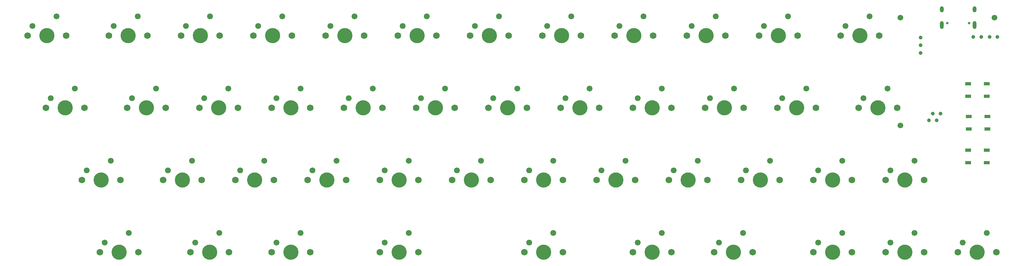
<source format=gts>
G04 #@! TF.GenerationSoftware,KiCad,Pcbnew,7.0.2*
G04 #@! TF.CreationDate,2023-04-29T17:08:36+02:00*
G04 #@! TF.ProjectId,Tanuki_Ext_PCB,54616e75-6b69-45f4-9578-745f5043422e,rev?*
G04 #@! TF.SameCoordinates,Original*
G04 #@! TF.FileFunction,Soldermask,Top*
G04 #@! TF.FilePolarity,Negative*
%FSLAX46Y46*%
G04 Gerber Fmt 4.6, Leading zero omitted, Abs format (unit mm)*
G04 Created by KiCad (PCBNEW 7.0.2) date 2023-04-29 17:08:36*
%MOMM*%
%LPD*%
G01*
G04 APERTURE LIST*
%ADD10C,1.750000*%
%ADD11C,1.550000*%
%ADD12C,4.000000*%
%ADD13C,1.000000*%
%ADD14C,1.500000*%
%ADD15R,1.500000X0.900000*%
%ADD16C,0.650000*%
%ADD17O,1.000000X1.600000*%
%ADD18O,1.000000X2.100000*%
G04 APERTURE END LIST*
D10*
X230663750Y-85725000D03*
D11*
X231933750Y-83185000D03*
D12*
X235743750Y-85725000D03*
D11*
X238283750Y-80645000D03*
D10*
X240823750Y-85725000D03*
X44926250Y-28575000D03*
D11*
X46196250Y-26035000D03*
D12*
X50006250Y-28575000D03*
D11*
X52546250Y-23495000D03*
D10*
X55086250Y-28575000D03*
X230663750Y-66675000D03*
D11*
X231933750Y-64135000D03*
D12*
X235743750Y-66675000D03*
D11*
X238283750Y-61595000D03*
D10*
X240823750Y-66675000D03*
X42545000Y-85725000D03*
D11*
X43815000Y-83185000D03*
D12*
X47625000Y-85725000D03*
D11*
X50165000Y-80645000D03*
D10*
X52705000Y-85725000D03*
D13*
X263144000Y-50927000D03*
D10*
X78263750Y-66675000D03*
D11*
X79533750Y-64135000D03*
D12*
X83343750Y-66675000D03*
D11*
X85883750Y-61595000D03*
D10*
X88423750Y-66675000D03*
X159226250Y-28575000D03*
D11*
X160496250Y-26035000D03*
D12*
X164306250Y-28575000D03*
D11*
X166846250Y-23495000D03*
D10*
X169386250Y-28575000D03*
X154463750Y-66675000D03*
D11*
X155733750Y-64135000D03*
D12*
X159543750Y-66675000D03*
D11*
X162083750Y-61595000D03*
D10*
X164623750Y-66675000D03*
D13*
X258953000Y-33147000D03*
D10*
X183038750Y-47625000D03*
D11*
X184308750Y-45085000D03*
D12*
X188118750Y-47625000D03*
D11*
X190658750Y-42545000D03*
D10*
X193198750Y-47625000D03*
X163988750Y-47625000D03*
D11*
X165258750Y-45085000D03*
D12*
X169068750Y-47625000D03*
D11*
X171608750Y-42545000D03*
D10*
X174148750Y-47625000D03*
X121126250Y-28575000D03*
D11*
X122396250Y-26035000D03*
D12*
X126206250Y-28575000D03*
D11*
X128746250Y-23495000D03*
D10*
X131286250Y-28575000D03*
X49688750Y-47625000D03*
D11*
X50958750Y-45085000D03*
D12*
X54768750Y-47625000D03*
D11*
X57308750Y-42545000D03*
D10*
X59848750Y-47625000D03*
X237807500Y-28575000D03*
D11*
X239077500Y-26035000D03*
D12*
X242887500Y-28575000D03*
D11*
X245427500Y-23495000D03*
D10*
X247967500Y-28575000D03*
X242570000Y-47625000D03*
D11*
X243840000Y-45085000D03*
D12*
X247650000Y-47625000D03*
D11*
X250190000Y-42545000D03*
D10*
X252730000Y-47625000D03*
X183038750Y-85725000D03*
D11*
X184308750Y-83185000D03*
D12*
X188118750Y-85725000D03*
D11*
X190658750Y-80645000D03*
D10*
X193198750Y-85725000D03*
X154463750Y-85725000D03*
D11*
X155733750Y-83185000D03*
D12*
X159543750Y-85725000D03*
D11*
X162083750Y-80645000D03*
D10*
X164623750Y-85725000D03*
X211613750Y-66675000D03*
D11*
X212883750Y-64135000D03*
D12*
X216693750Y-66675000D03*
D11*
X219233750Y-61595000D03*
D10*
X221773750Y-66675000D03*
D13*
X274955000Y-28956000D03*
D10*
X87788750Y-47625000D03*
D11*
X89058750Y-45085000D03*
D12*
X92868750Y-47625000D03*
D11*
X95408750Y-42545000D03*
D10*
X97948750Y-47625000D03*
X173513750Y-66675000D03*
D11*
X174783750Y-64135000D03*
D12*
X178593750Y-66675000D03*
D11*
X181133750Y-61595000D03*
D10*
X183673750Y-66675000D03*
X59213750Y-66675000D03*
D11*
X60483750Y-64135000D03*
D12*
X64293750Y-66675000D03*
D11*
X66833750Y-61595000D03*
D10*
X69373750Y-66675000D03*
D13*
X258953000Y-29083000D03*
D14*
X253619000Y-52324000D03*
D10*
X135413750Y-66675000D03*
D11*
X136683750Y-64135000D03*
D12*
X140493750Y-66675000D03*
D11*
X143033750Y-61595000D03*
D10*
X145573750Y-66675000D03*
X249713750Y-85725000D03*
D11*
X250983750Y-83185000D03*
D12*
X254793750Y-85725000D03*
D11*
X257333750Y-80645000D03*
D10*
X259873750Y-85725000D03*
D13*
X262128000Y-49149000D03*
D10*
X216376250Y-28575000D03*
D11*
X217646250Y-26035000D03*
D12*
X221456250Y-28575000D03*
D11*
X223996250Y-23495000D03*
D10*
X226536250Y-28575000D03*
X178276250Y-28575000D03*
D11*
X179546250Y-26035000D03*
D12*
X183356250Y-28575000D03*
D11*
X185896250Y-23495000D03*
D10*
X188436250Y-28575000D03*
X249713750Y-66675000D03*
D11*
X250983750Y-64135000D03*
D12*
X254793750Y-66675000D03*
D11*
X257333750Y-61595000D03*
D10*
X259873750Y-66675000D03*
X83026250Y-28575000D03*
D11*
X84296250Y-26035000D03*
D12*
X88106250Y-28575000D03*
D11*
X90646250Y-23495000D03*
D10*
X93186250Y-28575000D03*
X87788750Y-85725000D03*
D11*
X89058750Y-83185000D03*
D12*
X92868750Y-85725000D03*
D11*
X95408750Y-80645000D03*
D10*
X97948750Y-85725000D03*
X202088750Y-47625000D03*
D11*
X203358750Y-45085000D03*
D12*
X207168750Y-47625000D03*
D11*
X209708750Y-42545000D03*
D10*
X212248750Y-47625000D03*
X97313750Y-66675000D03*
D11*
X98583750Y-64135000D03*
D12*
X102393750Y-66675000D03*
D11*
X104933750Y-61595000D03*
D10*
X107473750Y-66675000D03*
X140176250Y-28575000D03*
D11*
X141446250Y-26035000D03*
D12*
X145256250Y-28575000D03*
D11*
X147796250Y-23495000D03*
D10*
X150336250Y-28575000D03*
X125888750Y-47625000D03*
D11*
X127158750Y-45085000D03*
D12*
X130968750Y-47625000D03*
D11*
X133508750Y-42545000D03*
D10*
X136048750Y-47625000D03*
X197326250Y-28575000D03*
D11*
X198596250Y-26035000D03*
D12*
X202406250Y-28575000D03*
D11*
X204946250Y-23495000D03*
D10*
X207486250Y-28575000D03*
D14*
X253619000Y-23876000D03*
D13*
X279146000Y-28956000D03*
D10*
X23495000Y-28575000D03*
D11*
X24765000Y-26035000D03*
D12*
X28575000Y-28575000D03*
D11*
X31115000Y-23495000D03*
D10*
X33655000Y-28575000D03*
D15*
X271616000Y-49912000D03*
X271616000Y-53212000D03*
X276516000Y-53212000D03*
X276516000Y-49912000D03*
D10*
X28257500Y-47625000D03*
D11*
X29527500Y-45085000D03*
D12*
X33337500Y-47625000D03*
D11*
X35877500Y-42545000D03*
D10*
X38417500Y-47625000D03*
X37782500Y-66675000D03*
D11*
X39052500Y-64135000D03*
D12*
X42862500Y-66675000D03*
D11*
X45402500Y-61595000D03*
D10*
X47942500Y-66675000D03*
D13*
X258953000Y-31115000D03*
X272796000Y-28956000D03*
D15*
X271489000Y-41276000D03*
X271489000Y-44576000D03*
X276389000Y-44576000D03*
X276389000Y-41276000D03*
D10*
X116363750Y-66675000D03*
D11*
X117633750Y-64135000D03*
D12*
X121443750Y-66675000D03*
D11*
X123983750Y-61595000D03*
D10*
X126523750Y-66675000D03*
X192563750Y-66675000D03*
D11*
X193833750Y-64135000D03*
D12*
X197643750Y-66675000D03*
D11*
X200183750Y-61595000D03*
D10*
X202723750Y-66675000D03*
X144938750Y-47625000D03*
D11*
X146208750Y-45085000D03*
D12*
X150018750Y-47625000D03*
D11*
X152558750Y-42545000D03*
D10*
X155098750Y-47625000D03*
X116363750Y-85725000D03*
D11*
X117633750Y-83185000D03*
D12*
X121443750Y-85725000D03*
D11*
X123983750Y-80645000D03*
D10*
X126523750Y-85725000D03*
D15*
X271489000Y-58802000D03*
X271489000Y-62102000D03*
X276389000Y-62102000D03*
X276389000Y-58802000D03*
D10*
X106838750Y-47625000D03*
D11*
X108108750Y-45085000D03*
D12*
X111918750Y-47625000D03*
D11*
X114458750Y-42545000D03*
D10*
X116998750Y-47625000D03*
X66357500Y-85725000D03*
D11*
X67627500Y-83185000D03*
D12*
X71437500Y-85725000D03*
D11*
X73977500Y-80645000D03*
D10*
X76517500Y-85725000D03*
X204470000Y-85725000D03*
D11*
X205740000Y-83185000D03*
D12*
X209550000Y-85725000D03*
D11*
X212090000Y-80645000D03*
D10*
X214630000Y-85725000D03*
X268763750Y-85725000D03*
D11*
X270033750Y-83185000D03*
D12*
X273843750Y-85725000D03*
D11*
X276383750Y-80645000D03*
D10*
X278923750Y-85725000D03*
X102076250Y-28575000D03*
D11*
X103346250Y-26035000D03*
D12*
X107156250Y-28575000D03*
D11*
X109696250Y-23495000D03*
D10*
X112236250Y-28575000D03*
D13*
X261112000Y-50927000D03*
D14*
X278384000Y-23876000D03*
D13*
X264160000Y-49149000D03*
D10*
X221138750Y-47625000D03*
D11*
X222408750Y-45085000D03*
D12*
X226218750Y-47625000D03*
D11*
X228758750Y-42545000D03*
D10*
X231298750Y-47625000D03*
X68738750Y-47625000D03*
D11*
X70008750Y-45085000D03*
D12*
X73818750Y-47625000D03*
D11*
X76358750Y-42545000D03*
D10*
X78898750Y-47625000D03*
X63976250Y-28575000D03*
D11*
X65246250Y-26035000D03*
D12*
X69056250Y-28575000D03*
D11*
X71596250Y-23495000D03*
D10*
X74136250Y-28575000D03*
D13*
X277114000Y-28956000D03*
D16*
X265969000Y-25338000D03*
X271749000Y-25338000D03*
D17*
X264539000Y-21658000D03*
D18*
X264539000Y-25838000D03*
D17*
X273179000Y-21658000D03*
D18*
X273179000Y-25838000D03*
M02*

</source>
